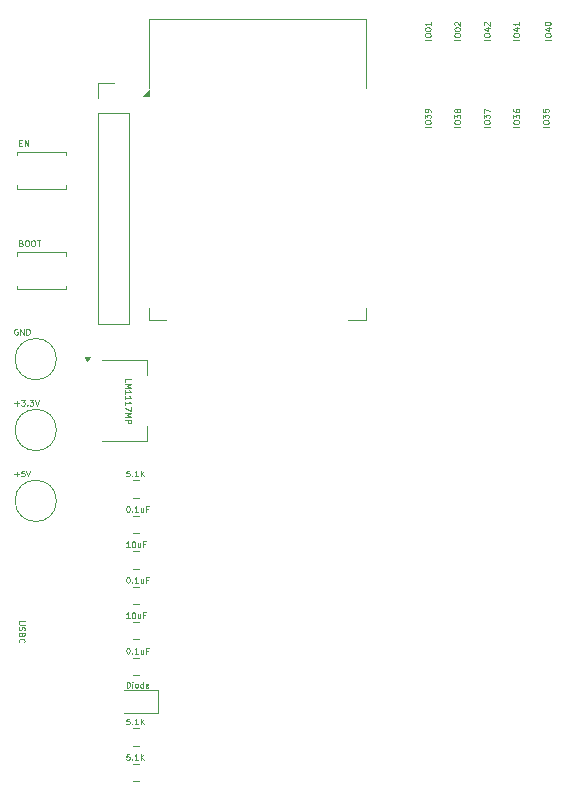
<source format=gbr>
%TF.GenerationSoftware,KiCad,Pcbnew,9.0.0*%
%TF.CreationDate,2025-03-13T15:17:37+10:00*%
%TF.ProjectId,Version 1,56657273-696f-46e2-9031-2e6b69636164,rev?*%
%TF.SameCoordinates,Original*%
%TF.FileFunction,Legend,Top*%
%TF.FilePolarity,Positive*%
%FSLAX46Y46*%
G04 Gerber Fmt 4.6, Leading zero omitted, Abs format (unit mm)*
G04 Created by KiCad (PCBNEW 9.0.0) date 2025-03-13 15:17:37*
%MOMM*%
%LPD*%
G01*
G04 APERTURE LIST*
%ADD10C,0.100000*%
%ADD11C,0.120000*%
G04 APERTURE END LIST*
D10*
X26922931Y-77433609D02*
X26684836Y-77433609D01*
X26684836Y-77433609D02*
X26661027Y-77671704D01*
X26661027Y-77671704D02*
X26684836Y-77647895D01*
X26684836Y-77647895D02*
X26732455Y-77624085D01*
X26732455Y-77624085D02*
X26851503Y-77624085D01*
X26851503Y-77624085D02*
X26899122Y-77647895D01*
X26899122Y-77647895D02*
X26922931Y-77671704D01*
X26922931Y-77671704D02*
X26946741Y-77719323D01*
X26946741Y-77719323D02*
X26946741Y-77838371D01*
X26946741Y-77838371D02*
X26922931Y-77885990D01*
X26922931Y-77885990D02*
X26899122Y-77909800D01*
X26899122Y-77909800D02*
X26851503Y-77933609D01*
X26851503Y-77933609D02*
X26732455Y-77933609D01*
X26732455Y-77933609D02*
X26684836Y-77909800D01*
X26684836Y-77909800D02*
X26661027Y-77885990D01*
X27161026Y-77885990D02*
X27184836Y-77909800D01*
X27184836Y-77909800D02*
X27161026Y-77933609D01*
X27161026Y-77933609D02*
X27137217Y-77909800D01*
X27137217Y-77909800D02*
X27161026Y-77885990D01*
X27161026Y-77885990D02*
X27161026Y-77933609D01*
X27661026Y-77933609D02*
X27375312Y-77933609D01*
X27518169Y-77933609D02*
X27518169Y-77433609D01*
X27518169Y-77433609D02*
X27470550Y-77505038D01*
X27470550Y-77505038D02*
X27422931Y-77552657D01*
X27422931Y-77552657D02*
X27375312Y-77576466D01*
X27875311Y-77933609D02*
X27875311Y-77433609D01*
X28161025Y-77933609D02*
X27946740Y-77647895D01*
X28161025Y-77433609D02*
X27875311Y-77719323D01*
X26922931Y-74433609D02*
X26684836Y-74433609D01*
X26684836Y-74433609D02*
X26661027Y-74671704D01*
X26661027Y-74671704D02*
X26684836Y-74647895D01*
X26684836Y-74647895D02*
X26732455Y-74624085D01*
X26732455Y-74624085D02*
X26851503Y-74624085D01*
X26851503Y-74624085D02*
X26899122Y-74647895D01*
X26899122Y-74647895D02*
X26922931Y-74671704D01*
X26922931Y-74671704D02*
X26946741Y-74719323D01*
X26946741Y-74719323D02*
X26946741Y-74838371D01*
X26946741Y-74838371D02*
X26922931Y-74885990D01*
X26922931Y-74885990D02*
X26899122Y-74909800D01*
X26899122Y-74909800D02*
X26851503Y-74933609D01*
X26851503Y-74933609D02*
X26732455Y-74933609D01*
X26732455Y-74933609D02*
X26684836Y-74909800D01*
X26684836Y-74909800D02*
X26661027Y-74885990D01*
X27161026Y-74885990D02*
X27184836Y-74909800D01*
X27184836Y-74909800D02*
X27161026Y-74933609D01*
X27161026Y-74933609D02*
X27137217Y-74909800D01*
X27137217Y-74909800D02*
X27161026Y-74885990D01*
X27161026Y-74885990D02*
X27161026Y-74933609D01*
X27661026Y-74933609D02*
X27375312Y-74933609D01*
X27518169Y-74933609D02*
X27518169Y-74433609D01*
X27518169Y-74433609D02*
X27470550Y-74505038D01*
X27470550Y-74505038D02*
X27422931Y-74552657D01*
X27422931Y-74552657D02*
X27375312Y-74576466D01*
X27875311Y-74933609D02*
X27875311Y-74433609D01*
X28161025Y-74933609D02*
X27946740Y-74647895D01*
X28161025Y-74433609D02*
X27875311Y-74719323D01*
X18066390Y-66184836D02*
X17661628Y-66184836D01*
X17661628Y-66184836D02*
X17614009Y-66208646D01*
X17614009Y-66208646D02*
X17590200Y-66232455D01*
X17590200Y-66232455D02*
X17566390Y-66280074D01*
X17566390Y-66280074D02*
X17566390Y-66375312D01*
X17566390Y-66375312D02*
X17590200Y-66422931D01*
X17590200Y-66422931D02*
X17614009Y-66446741D01*
X17614009Y-66446741D02*
X17661628Y-66470550D01*
X17661628Y-66470550D02*
X18066390Y-66470550D01*
X17590200Y-66684837D02*
X17566390Y-66756265D01*
X17566390Y-66756265D02*
X17566390Y-66875313D01*
X17566390Y-66875313D02*
X17590200Y-66922932D01*
X17590200Y-66922932D02*
X17614009Y-66946741D01*
X17614009Y-66946741D02*
X17661628Y-66970551D01*
X17661628Y-66970551D02*
X17709247Y-66970551D01*
X17709247Y-66970551D02*
X17756866Y-66946741D01*
X17756866Y-66946741D02*
X17780676Y-66922932D01*
X17780676Y-66922932D02*
X17804485Y-66875313D01*
X17804485Y-66875313D02*
X17828295Y-66780075D01*
X17828295Y-66780075D02*
X17852104Y-66732456D01*
X17852104Y-66732456D02*
X17875914Y-66708646D01*
X17875914Y-66708646D02*
X17923533Y-66684837D01*
X17923533Y-66684837D02*
X17971152Y-66684837D01*
X17971152Y-66684837D02*
X18018771Y-66708646D01*
X18018771Y-66708646D02*
X18042580Y-66732456D01*
X18042580Y-66732456D02*
X18066390Y-66780075D01*
X18066390Y-66780075D02*
X18066390Y-66899122D01*
X18066390Y-66899122D02*
X18042580Y-66970551D01*
X17828295Y-67351503D02*
X17804485Y-67422931D01*
X17804485Y-67422931D02*
X17780676Y-67446741D01*
X17780676Y-67446741D02*
X17733057Y-67470550D01*
X17733057Y-67470550D02*
X17661628Y-67470550D01*
X17661628Y-67470550D02*
X17614009Y-67446741D01*
X17614009Y-67446741D02*
X17590200Y-67422931D01*
X17590200Y-67422931D02*
X17566390Y-67375312D01*
X17566390Y-67375312D02*
X17566390Y-67184836D01*
X17566390Y-67184836D02*
X18066390Y-67184836D01*
X18066390Y-67184836D02*
X18066390Y-67351503D01*
X18066390Y-67351503D02*
X18042580Y-67399122D01*
X18042580Y-67399122D02*
X18018771Y-67422931D01*
X18018771Y-67422931D02*
X17971152Y-67446741D01*
X17971152Y-67446741D02*
X17923533Y-67446741D01*
X17923533Y-67446741D02*
X17875914Y-67422931D01*
X17875914Y-67422931D02*
X17852104Y-67399122D01*
X17852104Y-67399122D02*
X17828295Y-67351503D01*
X17828295Y-67351503D02*
X17828295Y-67184836D01*
X17614009Y-67970550D02*
X17590200Y-67946741D01*
X17590200Y-67946741D02*
X17566390Y-67875312D01*
X17566390Y-67875312D02*
X17566390Y-67827693D01*
X17566390Y-67827693D02*
X17590200Y-67756265D01*
X17590200Y-67756265D02*
X17637819Y-67708646D01*
X17637819Y-67708646D02*
X17685438Y-67684836D01*
X17685438Y-67684836D02*
X17780676Y-67661027D01*
X17780676Y-67661027D02*
X17852104Y-67661027D01*
X17852104Y-67661027D02*
X17947342Y-67684836D01*
X17947342Y-67684836D02*
X17994961Y-67708646D01*
X17994961Y-67708646D02*
X18042580Y-67756265D01*
X18042580Y-67756265D02*
X18066390Y-67827693D01*
X18066390Y-67827693D02*
X18066390Y-67875312D01*
X18066390Y-67875312D02*
X18042580Y-67946741D01*
X18042580Y-67946741D02*
X18018771Y-67970550D01*
X26566390Y-45922931D02*
X26566390Y-45684836D01*
X26566390Y-45684836D02*
X27066390Y-45684836D01*
X26566390Y-46089598D02*
X27066390Y-46089598D01*
X27066390Y-46089598D02*
X26709247Y-46256265D01*
X26709247Y-46256265D02*
X27066390Y-46422931D01*
X27066390Y-46422931D02*
X26566390Y-46422931D01*
X26566390Y-46922932D02*
X26566390Y-46637218D01*
X26566390Y-46780075D02*
X27066390Y-46780075D01*
X27066390Y-46780075D02*
X26994961Y-46732456D01*
X26994961Y-46732456D02*
X26947342Y-46684837D01*
X26947342Y-46684837D02*
X26923533Y-46637218D01*
X26566390Y-47399122D02*
X26566390Y-47113408D01*
X26566390Y-47256265D02*
X27066390Y-47256265D01*
X27066390Y-47256265D02*
X26994961Y-47208646D01*
X26994961Y-47208646D02*
X26947342Y-47161027D01*
X26947342Y-47161027D02*
X26923533Y-47113408D01*
X26566390Y-47875312D02*
X26566390Y-47589598D01*
X26566390Y-47732455D02*
X27066390Y-47732455D01*
X27066390Y-47732455D02*
X26994961Y-47684836D01*
X26994961Y-47684836D02*
X26947342Y-47637217D01*
X26947342Y-47637217D02*
X26923533Y-47589598D01*
X27066390Y-48041978D02*
X27066390Y-48375311D01*
X27066390Y-48375311D02*
X26566390Y-48161026D01*
X26566390Y-48565787D02*
X27066390Y-48565787D01*
X27066390Y-48565787D02*
X26709247Y-48732454D01*
X26709247Y-48732454D02*
X27066390Y-48899120D01*
X27066390Y-48899120D02*
X26566390Y-48899120D01*
X26566390Y-49137216D02*
X27066390Y-49137216D01*
X27066390Y-49137216D02*
X27066390Y-49327692D01*
X27066390Y-49327692D02*
X27042580Y-49375311D01*
X27042580Y-49375311D02*
X27018771Y-49399121D01*
X27018771Y-49399121D02*
X26971152Y-49422930D01*
X26971152Y-49422930D02*
X26899723Y-49422930D01*
X26899723Y-49422930D02*
X26852104Y-49399121D01*
X26852104Y-49399121D02*
X26828295Y-49375311D01*
X26828295Y-49375311D02*
X26804485Y-49327692D01*
X26804485Y-49327692D02*
X26804485Y-49137216D01*
X52433609Y-16945163D02*
X51933609Y-16945163D01*
X51933609Y-16611830D02*
X51933609Y-16516592D01*
X51933609Y-16516592D02*
X51957419Y-16468973D01*
X51957419Y-16468973D02*
X52005038Y-16421354D01*
X52005038Y-16421354D02*
X52100276Y-16397544D01*
X52100276Y-16397544D02*
X52266942Y-16397544D01*
X52266942Y-16397544D02*
X52362180Y-16421354D01*
X52362180Y-16421354D02*
X52409800Y-16468973D01*
X52409800Y-16468973D02*
X52433609Y-16516592D01*
X52433609Y-16516592D02*
X52433609Y-16611830D01*
X52433609Y-16611830D02*
X52409800Y-16659449D01*
X52409800Y-16659449D02*
X52362180Y-16707068D01*
X52362180Y-16707068D02*
X52266942Y-16730877D01*
X52266942Y-16730877D02*
X52100276Y-16730877D01*
X52100276Y-16730877D02*
X52005038Y-16707068D01*
X52005038Y-16707068D02*
X51957419Y-16659449D01*
X51957419Y-16659449D02*
X51933609Y-16611830D01*
X51933609Y-16088020D02*
X51933609Y-16040401D01*
X51933609Y-16040401D02*
X51957419Y-15992782D01*
X51957419Y-15992782D02*
X51981228Y-15968972D01*
X51981228Y-15968972D02*
X52028847Y-15945163D01*
X52028847Y-15945163D02*
X52124085Y-15921353D01*
X52124085Y-15921353D02*
X52243133Y-15921353D01*
X52243133Y-15921353D02*
X52338371Y-15945163D01*
X52338371Y-15945163D02*
X52385990Y-15968972D01*
X52385990Y-15968972D02*
X52409800Y-15992782D01*
X52409800Y-15992782D02*
X52433609Y-16040401D01*
X52433609Y-16040401D02*
X52433609Y-16088020D01*
X52433609Y-16088020D02*
X52409800Y-16135639D01*
X52409800Y-16135639D02*
X52385990Y-16159448D01*
X52385990Y-16159448D02*
X52338371Y-16183258D01*
X52338371Y-16183258D02*
X52243133Y-16207067D01*
X52243133Y-16207067D02*
X52124085Y-16207067D01*
X52124085Y-16207067D02*
X52028847Y-16183258D01*
X52028847Y-16183258D02*
X51981228Y-16159448D01*
X51981228Y-16159448D02*
X51957419Y-16135639D01*
X51957419Y-16135639D02*
X51933609Y-16088020D01*
X52433609Y-15445163D02*
X52433609Y-15730877D01*
X52433609Y-15588020D02*
X51933609Y-15588020D01*
X51933609Y-15588020D02*
X52005038Y-15635639D01*
X52005038Y-15635639D02*
X52052657Y-15683258D01*
X52052657Y-15683258D02*
X52076466Y-15730877D01*
X54933609Y-16945163D02*
X54433609Y-16945163D01*
X54433609Y-16611830D02*
X54433609Y-16516592D01*
X54433609Y-16516592D02*
X54457419Y-16468973D01*
X54457419Y-16468973D02*
X54505038Y-16421354D01*
X54505038Y-16421354D02*
X54600276Y-16397544D01*
X54600276Y-16397544D02*
X54766942Y-16397544D01*
X54766942Y-16397544D02*
X54862180Y-16421354D01*
X54862180Y-16421354D02*
X54909800Y-16468973D01*
X54909800Y-16468973D02*
X54933609Y-16516592D01*
X54933609Y-16516592D02*
X54933609Y-16611830D01*
X54933609Y-16611830D02*
X54909800Y-16659449D01*
X54909800Y-16659449D02*
X54862180Y-16707068D01*
X54862180Y-16707068D02*
X54766942Y-16730877D01*
X54766942Y-16730877D02*
X54600276Y-16730877D01*
X54600276Y-16730877D02*
X54505038Y-16707068D01*
X54505038Y-16707068D02*
X54457419Y-16659449D01*
X54457419Y-16659449D02*
X54433609Y-16611830D01*
X54433609Y-16088020D02*
X54433609Y-16040401D01*
X54433609Y-16040401D02*
X54457419Y-15992782D01*
X54457419Y-15992782D02*
X54481228Y-15968972D01*
X54481228Y-15968972D02*
X54528847Y-15945163D01*
X54528847Y-15945163D02*
X54624085Y-15921353D01*
X54624085Y-15921353D02*
X54743133Y-15921353D01*
X54743133Y-15921353D02*
X54838371Y-15945163D01*
X54838371Y-15945163D02*
X54885990Y-15968972D01*
X54885990Y-15968972D02*
X54909800Y-15992782D01*
X54909800Y-15992782D02*
X54933609Y-16040401D01*
X54933609Y-16040401D02*
X54933609Y-16088020D01*
X54933609Y-16088020D02*
X54909800Y-16135639D01*
X54909800Y-16135639D02*
X54885990Y-16159448D01*
X54885990Y-16159448D02*
X54838371Y-16183258D01*
X54838371Y-16183258D02*
X54743133Y-16207067D01*
X54743133Y-16207067D02*
X54624085Y-16207067D01*
X54624085Y-16207067D02*
X54528847Y-16183258D01*
X54528847Y-16183258D02*
X54481228Y-16159448D01*
X54481228Y-16159448D02*
X54457419Y-16135639D01*
X54457419Y-16135639D02*
X54433609Y-16088020D01*
X54481228Y-15730877D02*
X54457419Y-15707068D01*
X54457419Y-15707068D02*
X54433609Y-15659449D01*
X54433609Y-15659449D02*
X54433609Y-15540401D01*
X54433609Y-15540401D02*
X54457419Y-15492782D01*
X54457419Y-15492782D02*
X54481228Y-15468973D01*
X54481228Y-15468973D02*
X54528847Y-15445163D01*
X54528847Y-15445163D02*
X54576466Y-15445163D01*
X54576466Y-15445163D02*
X54647895Y-15468973D01*
X54647895Y-15468973D02*
X54933609Y-15754687D01*
X54933609Y-15754687D02*
X54933609Y-15445163D01*
X57433609Y-16945163D02*
X56933609Y-16945163D01*
X56933609Y-16611830D02*
X56933609Y-16516592D01*
X56933609Y-16516592D02*
X56957419Y-16468973D01*
X56957419Y-16468973D02*
X57005038Y-16421354D01*
X57005038Y-16421354D02*
X57100276Y-16397544D01*
X57100276Y-16397544D02*
X57266942Y-16397544D01*
X57266942Y-16397544D02*
X57362180Y-16421354D01*
X57362180Y-16421354D02*
X57409800Y-16468973D01*
X57409800Y-16468973D02*
X57433609Y-16516592D01*
X57433609Y-16516592D02*
X57433609Y-16611830D01*
X57433609Y-16611830D02*
X57409800Y-16659449D01*
X57409800Y-16659449D02*
X57362180Y-16707068D01*
X57362180Y-16707068D02*
X57266942Y-16730877D01*
X57266942Y-16730877D02*
X57100276Y-16730877D01*
X57100276Y-16730877D02*
X57005038Y-16707068D01*
X57005038Y-16707068D02*
X56957419Y-16659449D01*
X56957419Y-16659449D02*
X56933609Y-16611830D01*
X57100276Y-15968972D02*
X57433609Y-15968972D01*
X56909800Y-16088020D02*
X57266942Y-16207067D01*
X57266942Y-16207067D02*
X57266942Y-15897544D01*
X56981228Y-15730877D02*
X56957419Y-15707068D01*
X56957419Y-15707068D02*
X56933609Y-15659449D01*
X56933609Y-15659449D02*
X56933609Y-15540401D01*
X56933609Y-15540401D02*
X56957419Y-15492782D01*
X56957419Y-15492782D02*
X56981228Y-15468973D01*
X56981228Y-15468973D02*
X57028847Y-15445163D01*
X57028847Y-15445163D02*
X57076466Y-15445163D01*
X57076466Y-15445163D02*
X57147895Y-15468973D01*
X57147895Y-15468973D02*
X57433609Y-15754687D01*
X57433609Y-15754687D02*
X57433609Y-15445163D01*
X59933609Y-16945163D02*
X59433609Y-16945163D01*
X59433609Y-16611830D02*
X59433609Y-16516592D01*
X59433609Y-16516592D02*
X59457419Y-16468973D01*
X59457419Y-16468973D02*
X59505038Y-16421354D01*
X59505038Y-16421354D02*
X59600276Y-16397544D01*
X59600276Y-16397544D02*
X59766942Y-16397544D01*
X59766942Y-16397544D02*
X59862180Y-16421354D01*
X59862180Y-16421354D02*
X59909800Y-16468973D01*
X59909800Y-16468973D02*
X59933609Y-16516592D01*
X59933609Y-16516592D02*
X59933609Y-16611830D01*
X59933609Y-16611830D02*
X59909800Y-16659449D01*
X59909800Y-16659449D02*
X59862180Y-16707068D01*
X59862180Y-16707068D02*
X59766942Y-16730877D01*
X59766942Y-16730877D02*
X59600276Y-16730877D01*
X59600276Y-16730877D02*
X59505038Y-16707068D01*
X59505038Y-16707068D02*
X59457419Y-16659449D01*
X59457419Y-16659449D02*
X59433609Y-16611830D01*
X59600276Y-15968972D02*
X59933609Y-15968972D01*
X59409800Y-16088020D02*
X59766942Y-16207067D01*
X59766942Y-16207067D02*
X59766942Y-15897544D01*
X59933609Y-15445163D02*
X59933609Y-15730877D01*
X59933609Y-15588020D02*
X59433609Y-15588020D01*
X59433609Y-15588020D02*
X59505038Y-15635639D01*
X59505038Y-15635639D02*
X59552657Y-15683258D01*
X59552657Y-15683258D02*
X59576466Y-15730877D01*
X62598609Y-16945163D02*
X62098609Y-16945163D01*
X62098609Y-16611830D02*
X62098609Y-16516592D01*
X62098609Y-16516592D02*
X62122419Y-16468973D01*
X62122419Y-16468973D02*
X62170038Y-16421354D01*
X62170038Y-16421354D02*
X62265276Y-16397544D01*
X62265276Y-16397544D02*
X62431942Y-16397544D01*
X62431942Y-16397544D02*
X62527180Y-16421354D01*
X62527180Y-16421354D02*
X62574800Y-16468973D01*
X62574800Y-16468973D02*
X62598609Y-16516592D01*
X62598609Y-16516592D02*
X62598609Y-16611830D01*
X62598609Y-16611830D02*
X62574800Y-16659449D01*
X62574800Y-16659449D02*
X62527180Y-16707068D01*
X62527180Y-16707068D02*
X62431942Y-16730877D01*
X62431942Y-16730877D02*
X62265276Y-16730877D01*
X62265276Y-16730877D02*
X62170038Y-16707068D01*
X62170038Y-16707068D02*
X62122419Y-16659449D01*
X62122419Y-16659449D02*
X62098609Y-16611830D01*
X62265276Y-15968972D02*
X62598609Y-15968972D01*
X62074800Y-16088020D02*
X62431942Y-16207067D01*
X62431942Y-16207067D02*
X62431942Y-15897544D01*
X62098609Y-15611830D02*
X62098609Y-15564211D01*
X62098609Y-15564211D02*
X62122419Y-15516592D01*
X62122419Y-15516592D02*
X62146228Y-15492782D01*
X62146228Y-15492782D02*
X62193847Y-15468973D01*
X62193847Y-15468973D02*
X62289085Y-15445163D01*
X62289085Y-15445163D02*
X62408133Y-15445163D01*
X62408133Y-15445163D02*
X62503371Y-15468973D01*
X62503371Y-15468973D02*
X62550990Y-15492782D01*
X62550990Y-15492782D02*
X62574800Y-15516592D01*
X62574800Y-15516592D02*
X62598609Y-15564211D01*
X62598609Y-15564211D02*
X62598609Y-15611830D01*
X62598609Y-15611830D02*
X62574800Y-15659449D01*
X62574800Y-15659449D02*
X62550990Y-15683258D01*
X62550990Y-15683258D02*
X62503371Y-15707068D01*
X62503371Y-15707068D02*
X62408133Y-15730877D01*
X62408133Y-15730877D02*
X62289085Y-15730877D01*
X62289085Y-15730877D02*
X62193847Y-15707068D01*
X62193847Y-15707068D02*
X62146228Y-15683258D01*
X62146228Y-15683258D02*
X62122419Y-15659449D01*
X62122419Y-15659449D02*
X62098609Y-15611830D01*
X52433609Y-24315163D02*
X51933609Y-24315163D01*
X51933609Y-23981830D02*
X51933609Y-23886592D01*
X51933609Y-23886592D02*
X51957419Y-23838973D01*
X51957419Y-23838973D02*
X52005038Y-23791354D01*
X52005038Y-23791354D02*
X52100276Y-23767544D01*
X52100276Y-23767544D02*
X52266942Y-23767544D01*
X52266942Y-23767544D02*
X52362180Y-23791354D01*
X52362180Y-23791354D02*
X52409800Y-23838973D01*
X52409800Y-23838973D02*
X52433609Y-23886592D01*
X52433609Y-23886592D02*
X52433609Y-23981830D01*
X52433609Y-23981830D02*
X52409800Y-24029449D01*
X52409800Y-24029449D02*
X52362180Y-24077068D01*
X52362180Y-24077068D02*
X52266942Y-24100877D01*
X52266942Y-24100877D02*
X52100276Y-24100877D01*
X52100276Y-24100877D02*
X52005038Y-24077068D01*
X52005038Y-24077068D02*
X51957419Y-24029449D01*
X51957419Y-24029449D02*
X51933609Y-23981830D01*
X51933609Y-23600877D02*
X51933609Y-23291353D01*
X51933609Y-23291353D02*
X52124085Y-23458020D01*
X52124085Y-23458020D02*
X52124085Y-23386591D01*
X52124085Y-23386591D02*
X52147895Y-23338972D01*
X52147895Y-23338972D02*
X52171704Y-23315163D01*
X52171704Y-23315163D02*
X52219323Y-23291353D01*
X52219323Y-23291353D02*
X52338371Y-23291353D01*
X52338371Y-23291353D02*
X52385990Y-23315163D01*
X52385990Y-23315163D02*
X52409800Y-23338972D01*
X52409800Y-23338972D02*
X52433609Y-23386591D01*
X52433609Y-23386591D02*
X52433609Y-23529448D01*
X52433609Y-23529448D02*
X52409800Y-23577067D01*
X52409800Y-23577067D02*
X52385990Y-23600877D01*
X52433609Y-23053258D02*
X52433609Y-22958020D01*
X52433609Y-22958020D02*
X52409800Y-22910401D01*
X52409800Y-22910401D02*
X52385990Y-22886592D01*
X52385990Y-22886592D02*
X52314561Y-22838973D01*
X52314561Y-22838973D02*
X52219323Y-22815163D01*
X52219323Y-22815163D02*
X52028847Y-22815163D01*
X52028847Y-22815163D02*
X51981228Y-22838973D01*
X51981228Y-22838973D02*
X51957419Y-22862782D01*
X51957419Y-22862782D02*
X51933609Y-22910401D01*
X51933609Y-22910401D02*
X51933609Y-23005639D01*
X51933609Y-23005639D02*
X51957419Y-23053258D01*
X51957419Y-23053258D02*
X51981228Y-23077068D01*
X51981228Y-23077068D02*
X52028847Y-23100877D01*
X52028847Y-23100877D02*
X52147895Y-23100877D01*
X52147895Y-23100877D02*
X52195514Y-23077068D01*
X52195514Y-23077068D02*
X52219323Y-23053258D01*
X52219323Y-23053258D02*
X52243133Y-23005639D01*
X52243133Y-23005639D02*
X52243133Y-22910401D01*
X52243133Y-22910401D02*
X52219323Y-22862782D01*
X52219323Y-22862782D02*
X52195514Y-22838973D01*
X52195514Y-22838973D02*
X52147895Y-22815163D01*
X54933609Y-24315163D02*
X54433609Y-24315163D01*
X54433609Y-23981830D02*
X54433609Y-23886592D01*
X54433609Y-23886592D02*
X54457419Y-23838973D01*
X54457419Y-23838973D02*
X54505038Y-23791354D01*
X54505038Y-23791354D02*
X54600276Y-23767544D01*
X54600276Y-23767544D02*
X54766942Y-23767544D01*
X54766942Y-23767544D02*
X54862180Y-23791354D01*
X54862180Y-23791354D02*
X54909800Y-23838973D01*
X54909800Y-23838973D02*
X54933609Y-23886592D01*
X54933609Y-23886592D02*
X54933609Y-23981830D01*
X54933609Y-23981830D02*
X54909800Y-24029449D01*
X54909800Y-24029449D02*
X54862180Y-24077068D01*
X54862180Y-24077068D02*
X54766942Y-24100877D01*
X54766942Y-24100877D02*
X54600276Y-24100877D01*
X54600276Y-24100877D02*
X54505038Y-24077068D01*
X54505038Y-24077068D02*
X54457419Y-24029449D01*
X54457419Y-24029449D02*
X54433609Y-23981830D01*
X54433609Y-23600877D02*
X54433609Y-23291353D01*
X54433609Y-23291353D02*
X54624085Y-23458020D01*
X54624085Y-23458020D02*
X54624085Y-23386591D01*
X54624085Y-23386591D02*
X54647895Y-23338972D01*
X54647895Y-23338972D02*
X54671704Y-23315163D01*
X54671704Y-23315163D02*
X54719323Y-23291353D01*
X54719323Y-23291353D02*
X54838371Y-23291353D01*
X54838371Y-23291353D02*
X54885990Y-23315163D01*
X54885990Y-23315163D02*
X54909800Y-23338972D01*
X54909800Y-23338972D02*
X54933609Y-23386591D01*
X54933609Y-23386591D02*
X54933609Y-23529448D01*
X54933609Y-23529448D02*
X54909800Y-23577067D01*
X54909800Y-23577067D02*
X54885990Y-23600877D01*
X54647895Y-23005639D02*
X54624085Y-23053258D01*
X54624085Y-23053258D02*
X54600276Y-23077068D01*
X54600276Y-23077068D02*
X54552657Y-23100877D01*
X54552657Y-23100877D02*
X54528847Y-23100877D01*
X54528847Y-23100877D02*
X54481228Y-23077068D01*
X54481228Y-23077068D02*
X54457419Y-23053258D01*
X54457419Y-23053258D02*
X54433609Y-23005639D01*
X54433609Y-23005639D02*
X54433609Y-22910401D01*
X54433609Y-22910401D02*
X54457419Y-22862782D01*
X54457419Y-22862782D02*
X54481228Y-22838973D01*
X54481228Y-22838973D02*
X54528847Y-22815163D01*
X54528847Y-22815163D02*
X54552657Y-22815163D01*
X54552657Y-22815163D02*
X54600276Y-22838973D01*
X54600276Y-22838973D02*
X54624085Y-22862782D01*
X54624085Y-22862782D02*
X54647895Y-22910401D01*
X54647895Y-22910401D02*
X54647895Y-23005639D01*
X54647895Y-23005639D02*
X54671704Y-23053258D01*
X54671704Y-23053258D02*
X54695514Y-23077068D01*
X54695514Y-23077068D02*
X54743133Y-23100877D01*
X54743133Y-23100877D02*
X54838371Y-23100877D01*
X54838371Y-23100877D02*
X54885990Y-23077068D01*
X54885990Y-23077068D02*
X54909800Y-23053258D01*
X54909800Y-23053258D02*
X54933609Y-23005639D01*
X54933609Y-23005639D02*
X54933609Y-22910401D01*
X54933609Y-22910401D02*
X54909800Y-22862782D01*
X54909800Y-22862782D02*
X54885990Y-22838973D01*
X54885990Y-22838973D02*
X54838371Y-22815163D01*
X54838371Y-22815163D02*
X54743133Y-22815163D01*
X54743133Y-22815163D02*
X54695514Y-22838973D01*
X54695514Y-22838973D02*
X54671704Y-22862782D01*
X54671704Y-22862782D02*
X54647895Y-22910401D01*
X57433609Y-24315163D02*
X56933609Y-24315163D01*
X56933609Y-23981830D02*
X56933609Y-23886592D01*
X56933609Y-23886592D02*
X56957419Y-23838973D01*
X56957419Y-23838973D02*
X57005038Y-23791354D01*
X57005038Y-23791354D02*
X57100276Y-23767544D01*
X57100276Y-23767544D02*
X57266942Y-23767544D01*
X57266942Y-23767544D02*
X57362180Y-23791354D01*
X57362180Y-23791354D02*
X57409800Y-23838973D01*
X57409800Y-23838973D02*
X57433609Y-23886592D01*
X57433609Y-23886592D02*
X57433609Y-23981830D01*
X57433609Y-23981830D02*
X57409800Y-24029449D01*
X57409800Y-24029449D02*
X57362180Y-24077068D01*
X57362180Y-24077068D02*
X57266942Y-24100877D01*
X57266942Y-24100877D02*
X57100276Y-24100877D01*
X57100276Y-24100877D02*
X57005038Y-24077068D01*
X57005038Y-24077068D02*
X56957419Y-24029449D01*
X56957419Y-24029449D02*
X56933609Y-23981830D01*
X56933609Y-23600877D02*
X56933609Y-23291353D01*
X56933609Y-23291353D02*
X57124085Y-23458020D01*
X57124085Y-23458020D02*
X57124085Y-23386591D01*
X57124085Y-23386591D02*
X57147895Y-23338972D01*
X57147895Y-23338972D02*
X57171704Y-23315163D01*
X57171704Y-23315163D02*
X57219323Y-23291353D01*
X57219323Y-23291353D02*
X57338371Y-23291353D01*
X57338371Y-23291353D02*
X57385990Y-23315163D01*
X57385990Y-23315163D02*
X57409800Y-23338972D01*
X57409800Y-23338972D02*
X57433609Y-23386591D01*
X57433609Y-23386591D02*
X57433609Y-23529448D01*
X57433609Y-23529448D02*
X57409800Y-23577067D01*
X57409800Y-23577067D02*
X57385990Y-23600877D01*
X56933609Y-23124687D02*
X56933609Y-22791354D01*
X56933609Y-22791354D02*
X57433609Y-23005639D01*
X59933609Y-24315163D02*
X59433609Y-24315163D01*
X59433609Y-23981830D02*
X59433609Y-23886592D01*
X59433609Y-23886592D02*
X59457419Y-23838973D01*
X59457419Y-23838973D02*
X59505038Y-23791354D01*
X59505038Y-23791354D02*
X59600276Y-23767544D01*
X59600276Y-23767544D02*
X59766942Y-23767544D01*
X59766942Y-23767544D02*
X59862180Y-23791354D01*
X59862180Y-23791354D02*
X59909800Y-23838973D01*
X59909800Y-23838973D02*
X59933609Y-23886592D01*
X59933609Y-23886592D02*
X59933609Y-23981830D01*
X59933609Y-23981830D02*
X59909800Y-24029449D01*
X59909800Y-24029449D02*
X59862180Y-24077068D01*
X59862180Y-24077068D02*
X59766942Y-24100877D01*
X59766942Y-24100877D02*
X59600276Y-24100877D01*
X59600276Y-24100877D02*
X59505038Y-24077068D01*
X59505038Y-24077068D02*
X59457419Y-24029449D01*
X59457419Y-24029449D02*
X59433609Y-23981830D01*
X59433609Y-23600877D02*
X59433609Y-23291353D01*
X59433609Y-23291353D02*
X59624085Y-23458020D01*
X59624085Y-23458020D02*
X59624085Y-23386591D01*
X59624085Y-23386591D02*
X59647895Y-23338972D01*
X59647895Y-23338972D02*
X59671704Y-23315163D01*
X59671704Y-23315163D02*
X59719323Y-23291353D01*
X59719323Y-23291353D02*
X59838371Y-23291353D01*
X59838371Y-23291353D02*
X59885990Y-23315163D01*
X59885990Y-23315163D02*
X59909800Y-23338972D01*
X59909800Y-23338972D02*
X59933609Y-23386591D01*
X59933609Y-23386591D02*
X59933609Y-23529448D01*
X59933609Y-23529448D02*
X59909800Y-23577067D01*
X59909800Y-23577067D02*
X59885990Y-23600877D01*
X59433609Y-22862782D02*
X59433609Y-22958020D01*
X59433609Y-22958020D02*
X59457419Y-23005639D01*
X59457419Y-23005639D02*
X59481228Y-23029449D01*
X59481228Y-23029449D02*
X59552657Y-23077068D01*
X59552657Y-23077068D02*
X59647895Y-23100877D01*
X59647895Y-23100877D02*
X59838371Y-23100877D01*
X59838371Y-23100877D02*
X59885990Y-23077068D01*
X59885990Y-23077068D02*
X59909800Y-23053258D01*
X59909800Y-23053258D02*
X59933609Y-23005639D01*
X59933609Y-23005639D02*
X59933609Y-22910401D01*
X59933609Y-22910401D02*
X59909800Y-22862782D01*
X59909800Y-22862782D02*
X59885990Y-22838973D01*
X59885990Y-22838973D02*
X59838371Y-22815163D01*
X59838371Y-22815163D02*
X59719323Y-22815163D01*
X59719323Y-22815163D02*
X59671704Y-22838973D01*
X59671704Y-22838973D02*
X59647895Y-22862782D01*
X59647895Y-22862782D02*
X59624085Y-22910401D01*
X59624085Y-22910401D02*
X59624085Y-23005639D01*
X59624085Y-23005639D02*
X59647895Y-23053258D01*
X59647895Y-23053258D02*
X59671704Y-23077068D01*
X59671704Y-23077068D02*
X59719323Y-23100877D01*
X62433609Y-24315163D02*
X61933609Y-24315163D01*
X61933609Y-23981830D02*
X61933609Y-23886592D01*
X61933609Y-23886592D02*
X61957419Y-23838973D01*
X61957419Y-23838973D02*
X62005038Y-23791354D01*
X62005038Y-23791354D02*
X62100276Y-23767544D01*
X62100276Y-23767544D02*
X62266942Y-23767544D01*
X62266942Y-23767544D02*
X62362180Y-23791354D01*
X62362180Y-23791354D02*
X62409800Y-23838973D01*
X62409800Y-23838973D02*
X62433609Y-23886592D01*
X62433609Y-23886592D02*
X62433609Y-23981830D01*
X62433609Y-23981830D02*
X62409800Y-24029449D01*
X62409800Y-24029449D02*
X62362180Y-24077068D01*
X62362180Y-24077068D02*
X62266942Y-24100877D01*
X62266942Y-24100877D02*
X62100276Y-24100877D01*
X62100276Y-24100877D02*
X62005038Y-24077068D01*
X62005038Y-24077068D02*
X61957419Y-24029449D01*
X61957419Y-24029449D02*
X61933609Y-23981830D01*
X61933609Y-23600877D02*
X61933609Y-23291353D01*
X61933609Y-23291353D02*
X62124085Y-23458020D01*
X62124085Y-23458020D02*
X62124085Y-23386591D01*
X62124085Y-23386591D02*
X62147895Y-23338972D01*
X62147895Y-23338972D02*
X62171704Y-23315163D01*
X62171704Y-23315163D02*
X62219323Y-23291353D01*
X62219323Y-23291353D02*
X62338371Y-23291353D01*
X62338371Y-23291353D02*
X62385990Y-23315163D01*
X62385990Y-23315163D02*
X62409800Y-23338972D01*
X62409800Y-23338972D02*
X62433609Y-23386591D01*
X62433609Y-23386591D02*
X62433609Y-23529448D01*
X62433609Y-23529448D02*
X62409800Y-23577067D01*
X62409800Y-23577067D02*
X62385990Y-23600877D01*
X61933609Y-22838973D02*
X61933609Y-23077068D01*
X61933609Y-23077068D02*
X62171704Y-23100877D01*
X62171704Y-23100877D02*
X62147895Y-23077068D01*
X62147895Y-23077068D02*
X62124085Y-23029449D01*
X62124085Y-23029449D02*
X62124085Y-22910401D01*
X62124085Y-22910401D02*
X62147895Y-22862782D01*
X62147895Y-22862782D02*
X62171704Y-22838973D01*
X62171704Y-22838973D02*
X62219323Y-22815163D01*
X62219323Y-22815163D02*
X62338371Y-22815163D01*
X62338371Y-22815163D02*
X62385990Y-22838973D01*
X62385990Y-22838973D02*
X62409800Y-22862782D01*
X62409800Y-22862782D02*
X62433609Y-22910401D01*
X62433609Y-22910401D02*
X62433609Y-23029449D01*
X62433609Y-23029449D02*
X62409800Y-23077068D01*
X62409800Y-23077068D02*
X62385990Y-23100877D01*
X17614836Y-25671704D02*
X17781503Y-25671704D01*
X17852931Y-25933609D02*
X17614836Y-25933609D01*
X17614836Y-25933609D02*
X17614836Y-25433609D01*
X17614836Y-25433609D02*
X17852931Y-25433609D01*
X18067217Y-25933609D02*
X18067217Y-25433609D01*
X18067217Y-25433609D02*
X18352931Y-25933609D01*
X18352931Y-25933609D02*
X18352931Y-25433609D01*
X17781503Y-34171704D02*
X17852931Y-34195514D01*
X17852931Y-34195514D02*
X17876741Y-34219323D01*
X17876741Y-34219323D02*
X17900550Y-34266942D01*
X17900550Y-34266942D02*
X17900550Y-34338371D01*
X17900550Y-34338371D02*
X17876741Y-34385990D01*
X17876741Y-34385990D02*
X17852931Y-34409800D01*
X17852931Y-34409800D02*
X17805312Y-34433609D01*
X17805312Y-34433609D02*
X17614836Y-34433609D01*
X17614836Y-34433609D02*
X17614836Y-33933609D01*
X17614836Y-33933609D02*
X17781503Y-33933609D01*
X17781503Y-33933609D02*
X17829122Y-33957419D01*
X17829122Y-33957419D02*
X17852931Y-33981228D01*
X17852931Y-33981228D02*
X17876741Y-34028847D01*
X17876741Y-34028847D02*
X17876741Y-34076466D01*
X17876741Y-34076466D02*
X17852931Y-34124085D01*
X17852931Y-34124085D02*
X17829122Y-34147895D01*
X17829122Y-34147895D02*
X17781503Y-34171704D01*
X17781503Y-34171704D02*
X17614836Y-34171704D01*
X18210074Y-33933609D02*
X18305312Y-33933609D01*
X18305312Y-33933609D02*
X18352931Y-33957419D01*
X18352931Y-33957419D02*
X18400550Y-34005038D01*
X18400550Y-34005038D02*
X18424360Y-34100276D01*
X18424360Y-34100276D02*
X18424360Y-34266942D01*
X18424360Y-34266942D02*
X18400550Y-34362180D01*
X18400550Y-34362180D02*
X18352931Y-34409800D01*
X18352931Y-34409800D02*
X18305312Y-34433609D01*
X18305312Y-34433609D02*
X18210074Y-34433609D01*
X18210074Y-34433609D02*
X18162455Y-34409800D01*
X18162455Y-34409800D02*
X18114836Y-34362180D01*
X18114836Y-34362180D02*
X18091027Y-34266942D01*
X18091027Y-34266942D02*
X18091027Y-34100276D01*
X18091027Y-34100276D02*
X18114836Y-34005038D01*
X18114836Y-34005038D02*
X18162455Y-33957419D01*
X18162455Y-33957419D02*
X18210074Y-33933609D01*
X18733884Y-33933609D02*
X18829122Y-33933609D01*
X18829122Y-33933609D02*
X18876741Y-33957419D01*
X18876741Y-33957419D02*
X18924360Y-34005038D01*
X18924360Y-34005038D02*
X18948170Y-34100276D01*
X18948170Y-34100276D02*
X18948170Y-34266942D01*
X18948170Y-34266942D02*
X18924360Y-34362180D01*
X18924360Y-34362180D02*
X18876741Y-34409800D01*
X18876741Y-34409800D02*
X18829122Y-34433609D01*
X18829122Y-34433609D02*
X18733884Y-34433609D01*
X18733884Y-34433609D02*
X18686265Y-34409800D01*
X18686265Y-34409800D02*
X18638646Y-34362180D01*
X18638646Y-34362180D02*
X18614837Y-34266942D01*
X18614837Y-34266942D02*
X18614837Y-34100276D01*
X18614837Y-34100276D02*
X18638646Y-34005038D01*
X18638646Y-34005038D02*
X18686265Y-33957419D01*
X18686265Y-33957419D02*
X18733884Y-33933609D01*
X19091028Y-33933609D02*
X19376742Y-33933609D01*
X19233885Y-34433609D02*
X19233885Y-33933609D01*
X17446741Y-41457419D02*
X17399122Y-41433609D01*
X17399122Y-41433609D02*
X17327693Y-41433609D01*
X17327693Y-41433609D02*
X17256265Y-41457419D01*
X17256265Y-41457419D02*
X17208646Y-41505038D01*
X17208646Y-41505038D02*
X17184836Y-41552657D01*
X17184836Y-41552657D02*
X17161027Y-41647895D01*
X17161027Y-41647895D02*
X17161027Y-41719323D01*
X17161027Y-41719323D02*
X17184836Y-41814561D01*
X17184836Y-41814561D02*
X17208646Y-41862180D01*
X17208646Y-41862180D02*
X17256265Y-41909800D01*
X17256265Y-41909800D02*
X17327693Y-41933609D01*
X17327693Y-41933609D02*
X17375312Y-41933609D01*
X17375312Y-41933609D02*
X17446741Y-41909800D01*
X17446741Y-41909800D02*
X17470550Y-41885990D01*
X17470550Y-41885990D02*
X17470550Y-41719323D01*
X17470550Y-41719323D02*
X17375312Y-41719323D01*
X17684836Y-41933609D02*
X17684836Y-41433609D01*
X17684836Y-41433609D02*
X17970550Y-41933609D01*
X17970550Y-41933609D02*
X17970550Y-41433609D01*
X18208646Y-41933609D02*
X18208646Y-41433609D01*
X18208646Y-41433609D02*
X18327694Y-41433609D01*
X18327694Y-41433609D02*
X18399122Y-41457419D01*
X18399122Y-41457419D02*
X18446741Y-41505038D01*
X18446741Y-41505038D02*
X18470551Y-41552657D01*
X18470551Y-41552657D02*
X18494360Y-41647895D01*
X18494360Y-41647895D02*
X18494360Y-41719323D01*
X18494360Y-41719323D02*
X18470551Y-41814561D01*
X18470551Y-41814561D02*
X18446741Y-41862180D01*
X18446741Y-41862180D02*
X18399122Y-41909800D01*
X18399122Y-41909800D02*
X18327694Y-41933609D01*
X18327694Y-41933609D02*
X18208646Y-41933609D01*
X17184836Y-47743133D02*
X17565789Y-47743133D01*
X17375312Y-47933609D02*
X17375312Y-47552657D01*
X17756265Y-47433609D02*
X18065789Y-47433609D01*
X18065789Y-47433609D02*
X17899122Y-47624085D01*
X17899122Y-47624085D02*
X17970551Y-47624085D01*
X17970551Y-47624085D02*
X18018170Y-47647895D01*
X18018170Y-47647895D02*
X18041979Y-47671704D01*
X18041979Y-47671704D02*
X18065789Y-47719323D01*
X18065789Y-47719323D02*
X18065789Y-47838371D01*
X18065789Y-47838371D02*
X18041979Y-47885990D01*
X18041979Y-47885990D02*
X18018170Y-47909800D01*
X18018170Y-47909800D02*
X17970551Y-47933609D01*
X17970551Y-47933609D02*
X17827694Y-47933609D01*
X17827694Y-47933609D02*
X17780075Y-47909800D01*
X17780075Y-47909800D02*
X17756265Y-47885990D01*
X18280074Y-47885990D02*
X18303884Y-47909800D01*
X18303884Y-47909800D02*
X18280074Y-47933609D01*
X18280074Y-47933609D02*
X18256265Y-47909800D01*
X18256265Y-47909800D02*
X18280074Y-47885990D01*
X18280074Y-47885990D02*
X18280074Y-47933609D01*
X18470550Y-47433609D02*
X18780074Y-47433609D01*
X18780074Y-47433609D02*
X18613407Y-47624085D01*
X18613407Y-47624085D02*
X18684836Y-47624085D01*
X18684836Y-47624085D02*
X18732455Y-47647895D01*
X18732455Y-47647895D02*
X18756264Y-47671704D01*
X18756264Y-47671704D02*
X18780074Y-47719323D01*
X18780074Y-47719323D02*
X18780074Y-47838371D01*
X18780074Y-47838371D02*
X18756264Y-47885990D01*
X18756264Y-47885990D02*
X18732455Y-47909800D01*
X18732455Y-47909800D02*
X18684836Y-47933609D01*
X18684836Y-47933609D02*
X18541979Y-47933609D01*
X18541979Y-47933609D02*
X18494360Y-47909800D01*
X18494360Y-47909800D02*
X18470550Y-47885990D01*
X18922931Y-47433609D02*
X19089597Y-47933609D01*
X19089597Y-47933609D02*
X19256264Y-47433609D01*
X17184836Y-53743133D02*
X17565789Y-53743133D01*
X17375312Y-53933609D02*
X17375312Y-53552657D01*
X18041979Y-53433609D02*
X17803884Y-53433609D01*
X17803884Y-53433609D02*
X17780075Y-53671704D01*
X17780075Y-53671704D02*
X17803884Y-53647895D01*
X17803884Y-53647895D02*
X17851503Y-53624085D01*
X17851503Y-53624085D02*
X17970551Y-53624085D01*
X17970551Y-53624085D02*
X18018170Y-53647895D01*
X18018170Y-53647895D02*
X18041979Y-53671704D01*
X18041979Y-53671704D02*
X18065789Y-53719323D01*
X18065789Y-53719323D02*
X18065789Y-53838371D01*
X18065789Y-53838371D02*
X18041979Y-53885990D01*
X18041979Y-53885990D02*
X18018170Y-53909800D01*
X18018170Y-53909800D02*
X17970551Y-53933609D01*
X17970551Y-53933609D02*
X17851503Y-53933609D01*
X17851503Y-53933609D02*
X17803884Y-53909800D01*
X17803884Y-53909800D02*
X17780075Y-53885990D01*
X18208646Y-53433609D02*
X18375312Y-53933609D01*
X18375312Y-53933609D02*
X18541979Y-53433609D01*
X26922931Y-53433609D02*
X26684836Y-53433609D01*
X26684836Y-53433609D02*
X26661027Y-53671704D01*
X26661027Y-53671704D02*
X26684836Y-53647895D01*
X26684836Y-53647895D02*
X26732455Y-53624085D01*
X26732455Y-53624085D02*
X26851503Y-53624085D01*
X26851503Y-53624085D02*
X26899122Y-53647895D01*
X26899122Y-53647895D02*
X26922931Y-53671704D01*
X26922931Y-53671704D02*
X26946741Y-53719323D01*
X26946741Y-53719323D02*
X26946741Y-53838371D01*
X26946741Y-53838371D02*
X26922931Y-53885990D01*
X26922931Y-53885990D02*
X26899122Y-53909800D01*
X26899122Y-53909800D02*
X26851503Y-53933609D01*
X26851503Y-53933609D02*
X26732455Y-53933609D01*
X26732455Y-53933609D02*
X26684836Y-53909800D01*
X26684836Y-53909800D02*
X26661027Y-53885990D01*
X27161026Y-53885990D02*
X27184836Y-53909800D01*
X27184836Y-53909800D02*
X27161026Y-53933609D01*
X27161026Y-53933609D02*
X27137217Y-53909800D01*
X27137217Y-53909800D02*
X27161026Y-53885990D01*
X27161026Y-53885990D02*
X27161026Y-53933609D01*
X27661026Y-53933609D02*
X27375312Y-53933609D01*
X27518169Y-53933609D02*
X27518169Y-53433609D01*
X27518169Y-53433609D02*
X27470550Y-53505038D01*
X27470550Y-53505038D02*
X27422931Y-53552657D01*
X27422931Y-53552657D02*
X27375312Y-53576466D01*
X27875311Y-53933609D02*
X27875311Y-53433609D01*
X28161025Y-53933609D02*
X27946740Y-53647895D01*
X28161025Y-53433609D02*
X27875311Y-53719323D01*
X26780074Y-56433609D02*
X26827693Y-56433609D01*
X26827693Y-56433609D02*
X26875312Y-56457419D01*
X26875312Y-56457419D02*
X26899122Y-56481228D01*
X26899122Y-56481228D02*
X26922931Y-56528847D01*
X26922931Y-56528847D02*
X26946741Y-56624085D01*
X26946741Y-56624085D02*
X26946741Y-56743133D01*
X26946741Y-56743133D02*
X26922931Y-56838371D01*
X26922931Y-56838371D02*
X26899122Y-56885990D01*
X26899122Y-56885990D02*
X26875312Y-56909800D01*
X26875312Y-56909800D02*
X26827693Y-56933609D01*
X26827693Y-56933609D02*
X26780074Y-56933609D01*
X26780074Y-56933609D02*
X26732455Y-56909800D01*
X26732455Y-56909800D02*
X26708646Y-56885990D01*
X26708646Y-56885990D02*
X26684836Y-56838371D01*
X26684836Y-56838371D02*
X26661027Y-56743133D01*
X26661027Y-56743133D02*
X26661027Y-56624085D01*
X26661027Y-56624085D02*
X26684836Y-56528847D01*
X26684836Y-56528847D02*
X26708646Y-56481228D01*
X26708646Y-56481228D02*
X26732455Y-56457419D01*
X26732455Y-56457419D02*
X26780074Y-56433609D01*
X27161026Y-56885990D02*
X27184836Y-56909800D01*
X27184836Y-56909800D02*
X27161026Y-56933609D01*
X27161026Y-56933609D02*
X27137217Y-56909800D01*
X27137217Y-56909800D02*
X27161026Y-56885990D01*
X27161026Y-56885990D02*
X27161026Y-56933609D01*
X27661026Y-56933609D02*
X27375312Y-56933609D01*
X27518169Y-56933609D02*
X27518169Y-56433609D01*
X27518169Y-56433609D02*
X27470550Y-56505038D01*
X27470550Y-56505038D02*
X27422931Y-56552657D01*
X27422931Y-56552657D02*
X27375312Y-56576466D01*
X28089597Y-56600276D02*
X28089597Y-56933609D01*
X27875311Y-56600276D02*
X27875311Y-56862180D01*
X27875311Y-56862180D02*
X27899121Y-56909800D01*
X27899121Y-56909800D02*
X27946740Y-56933609D01*
X27946740Y-56933609D02*
X28018168Y-56933609D01*
X28018168Y-56933609D02*
X28065787Y-56909800D01*
X28065787Y-56909800D02*
X28089597Y-56885990D01*
X28494359Y-56671704D02*
X28327692Y-56671704D01*
X28327692Y-56933609D02*
X28327692Y-56433609D01*
X28327692Y-56433609D02*
X28565787Y-56433609D01*
X26946741Y-59933609D02*
X26661027Y-59933609D01*
X26803884Y-59933609D02*
X26803884Y-59433609D01*
X26803884Y-59433609D02*
X26756265Y-59505038D01*
X26756265Y-59505038D02*
X26708646Y-59552657D01*
X26708646Y-59552657D02*
X26661027Y-59576466D01*
X27256264Y-59433609D02*
X27303883Y-59433609D01*
X27303883Y-59433609D02*
X27351502Y-59457419D01*
X27351502Y-59457419D02*
X27375312Y-59481228D01*
X27375312Y-59481228D02*
X27399121Y-59528847D01*
X27399121Y-59528847D02*
X27422931Y-59624085D01*
X27422931Y-59624085D02*
X27422931Y-59743133D01*
X27422931Y-59743133D02*
X27399121Y-59838371D01*
X27399121Y-59838371D02*
X27375312Y-59885990D01*
X27375312Y-59885990D02*
X27351502Y-59909800D01*
X27351502Y-59909800D02*
X27303883Y-59933609D01*
X27303883Y-59933609D02*
X27256264Y-59933609D01*
X27256264Y-59933609D02*
X27208645Y-59909800D01*
X27208645Y-59909800D02*
X27184836Y-59885990D01*
X27184836Y-59885990D02*
X27161026Y-59838371D01*
X27161026Y-59838371D02*
X27137217Y-59743133D01*
X27137217Y-59743133D02*
X27137217Y-59624085D01*
X27137217Y-59624085D02*
X27161026Y-59528847D01*
X27161026Y-59528847D02*
X27184836Y-59481228D01*
X27184836Y-59481228D02*
X27208645Y-59457419D01*
X27208645Y-59457419D02*
X27256264Y-59433609D01*
X27851502Y-59600276D02*
X27851502Y-59933609D01*
X27637216Y-59600276D02*
X27637216Y-59862180D01*
X27637216Y-59862180D02*
X27661026Y-59909800D01*
X27661026Y-59909800D02*
X27708645Y-59933609D01*
X27708645Y-59933609D02*
X27780073Y-59933609D01*
X27780073Y-59933609D02*
X27827692Y-59909800D01*
X27827692Y-59909800D02*
X27851502Y-59885990D01*
X28256264Y-59671704D02*
X28089597Y-59671704D01*
X28089597Y-59933609D02*
X28089597Y-59433609D01*
X28089597Y-59433609D02*
X28327692Y-59433609D01*
X26780074Y-62433609D02*
X26827693Y-62433609D01*
X26827693Y-62433609D02*
X26875312Y-62457419D01*
X26875312Y-62457419D02*
X26899122Y-62481228D01*
X26899122Y-62481228D02*
X26922931Y-62528847D01*
X26922931Y-62528847D02*
X26946741Y-62624085D01*
X26946741Y-62624085D02*
X26946741Y-62743133D01*
X26946741Y-62743133D02*
X26922931Y-62838371D01*
X26922931Y-62838371D02*
X26899122Y-62885990D01*
X26899122Y-62885990D02*
X26875312Y-62909800D01*
X26875312Y-62909800D02*
X26827693Y-62933609D01*
X26827693Y-62933609D02*
X26780074Y-62933609D01*
X26780074Y-62933609D02*
X26732455Y-62909800D01*
X26732455Y-62909800D02*
X26708646Y-62885990D01*
X26708646Y-62885990D02*
X26684836Y-62838371D01*
X26684836Y-62838371D02*
X26661027Y-62743133D01*
X26661027Y-62743133D02*
X26661027Y-62624085D01*
X26661027Y-62624085D02*
X26684836Y-62528847D01*
X26684836Y-62528847D02*
X26708646Y-62481228D01*
X26708646Y-62481228D02*
X26732455Y-62457419D01*
X26732455Y-62457419D02*
X26780074Y-62433609D01*
X27161026Y-62885990D02*
X27184836Y-62909800D01*
X27184836Y-62909800D02*
X27161026Y-62933609D01*
X27161026Y-62933609D02*
X27137217Y-62909800D01*
X27137217Y-62909800D02*
X27161026Y-62885990D01*
X27161026Y-62885990D02*
X27161026Y-62933609D01*
X27661026Y-62933609D02*
X27375312Y-62933609D01*
X27518169Y-62933609D02*
X27518169Y-62433609D01*
X27518169Y-62433609D02*
X27470550Y-62505038D01*
X27470550Y-62505038D02*
X27422931Y-62552657D01*
X27422931Y-62552657D02*
X27375312Y-62576466D01*
X28089597Y-62600276D02*
X28089597Y-62933609D01*
X27875311Y-62600276D02*
X27875311Y-62862180D01*
X27875311Y-62862180D02*
X27899121Y-62909800D01*
X27899121Y-62909800D02*
X27946740Y-62933609D01*
X27946740Y-62933609D02*
X28018168Y-62933609D01*
X28018168Y-62933609D02*
X28065787Y-62909800D01*
X28065787Y-62909800D02*
X28089597Y-62885990D01*
X28494359Y-62671704D02*
X28327692Y-62671704D01*
X28327692Y-62933609D02*
X28327692Y-62433609D01*
X28327692Y-62433609D02*
X28565787Y-62433609D01*
X26946741Y-65933609D02*
X26661027Y-65933609D01*
X26803884Y-65933609D02*
X26803884Y-65433609D01*
X26803884Y-65433609D02*
X26756265Y-65505038D01*
X26756265Y-65505038D02*
X26708646Y-65552657D01*
X26708646Y-65552657D02*
X26661027Y-65576466D01*
X27256264Y-65433609D02*
X27303883Y-65433609D01*
X27303883Y-65433609D02*
X27351502Y-65457419D01*
X27351502Y-65457419D02*
X27375312Y-65481228D01*
X27375312Y-65481228D02*
X27399121Y-65528847D01*
X27399121Y-65528847D02*
X27422931Y-65624085D01*
X27422931Y-65624085D02*
X27422931Y-65743133D01*
X27422931Y-65743133D02*
X27399121Y-65838371D01*
X27399121Y-65838371D02*
X27375312Y-65885990D01*
X27375312Y-65885990D02*
X27351502Y-65909800D01*
X27351502Y-65909800D02*
X27303883Y-65933609D01*
X27303883Y-65933609D02*
X27256264Y-65933609D01*
X27256264Y-65933609D02*
X27208645Y-65909800D01*
X27208645Y-65909800D02*
X27184836Y-65885990D01*
X27184836Y-65885990D02*
X27161026Y-65838371D01*
X27161026Y-65838371D02*
X27137217Y-65743133D01*
X27137217Y-65743133D02*
X27137217Y-65624085D01*
X27137217Y-65624085D02*
X27161026Y-65528847D01*
X27161026Y-65528847D02*
X27184836Y-65481228D01*
X27184836Y-65481228D02*
X27208645Y-65457419D01*
X27208645Y-65457419D02*
X27256264Y-65433609D01*
X27851502Y-65600276D02*
X27851502Y-65933609D01*
X27637216Y-65600276D02*
X27637216Y-65862180D01*
X27637216Y-65862180D02*
X27661026Y-65909800D01*
X27661026Y-65909800D02*
X27708645Y-65933609D01*
X27708645Y-65933609D02*
X27780073Y-65933609D01*
X27780073Y-65933609D02*
X27827692Y-65909800D01*
X27827692Y-65909800D02*
X27851502Y-65885990D01*
X28256264Y-65671704D02*
X28089597Y-65671704D01*
X28089597Y-65933609D02*
X28089597Y-65433609D01*
X28089597Y-65433609D02*
X28327692Y-65433609D01*
X26780074Y-68433609D02*
X26827693Y-68433609D01*
X26827693Y-68433609D02*
X26875312Y-68457419D01*
X26875312Y-68457419D02*
X26899122Y-68481228D01*
X26899122Y-68481228D02*
X26922931Y-68528847D01*
X26922931Y-68528847D02*
X26946741Y-68624085D01*
X26946741Y-68624085D02*
X26946741Y-68743133D01*
X26946741Y-68743133D02*
X26922931Y-68838371D01*
X26922931Y-68838371D02*
X26899122Y-68885990D01*
X26899122Y-68885990D02*
X26875312Y-68909800D01*
X26875312Y-68909800D02*
X26827693Y-68933609D01*
X26827693Y-68933609D02*
X26780074Y-68933609D01*
X26780074Y-68933609D02*
X26732455Y-68909800D01*
X26732455Y-68909800D02*
X26708646Y-68885990D01*
X26708646Y-68885990D02*
X26684836Y-68838371D01*
X26684836Y-68838371D02*
X26661027Y-68743133D01*
X26661027Y-68743133D02*
X26661027Y-68624085D01*
X26661027Y-68624085D02*
X26684836Y-68528847D01*
X26684836Y-68528847D02*
X26708646Y-68481228D01*
X26708646Y-68481228D02*
X26732455Y-68457419D01*
X26732455Y-68457419D02*
X26780074Y-68433609D01*
X27161026Y-68885990D02*
X27184836Y-68909800D01*
X27184836Y-68909800D02*
X27161026Y-68933609D01*
X27161026Y-68933609D02*
X27137217Y-68909800D01*
X27137217Y-68909800D02*
X27161026Y-68885990D01*
X27161026Y-68885990D02*
X27161026Y-68933609D01*
X27661026Y-68933609D02*
X27375312Y-68933609D01*
X27518169Y-68933609D02*
X27518169Y-68433609D01*
X27518169Y-68433609D02*
X27470550Y-68505038D01*
X27470550Y-68505038D02*
X27422931Y-68552657D01*
X27422931Y-68552657D02*
X27375312Y-68576466D01*
X28089597Y-68600276D02*
X28089597Y-68933609D01*
X27875311Y-68600276D02*
X27875311Y-68862180D01*
X27875311Y-68862180D02*
X27899121Y-68909800D01*
X27899121Y-68909800D02*
X27946740Y-68933609D01*
X27946740Y-68933609D02*
X28018168Y-68933609D01*
X28018168Y-68933609D02*
X28065787Y-68909800D01*
X28065787Y-68909800D02*
X28089597Y-68885990D01*
X28494359Y-68671704D02*
X28327692Y-68671704D01*
X28327692Y-68933609D02*
X28327692Y-68433609D01*
X28327692Y-68433609D02*
X28565787Y-68433609D01*
X26684836Y-71823609D02*
X26684836Y-71323609D01*
X26684836Y-71323609D02*
X26803884Y-71323609D01*
X26803884Y-71323609D02*
X26875312Y-71347419D01*
X26875312Y-71347419D02*
X26922931Y-71395038D01*
X26922931Y-71395038D02*
X26946741Y-71442657D01*
X26946741Y-71442657D02*
X26970550Y-71537895D01*
X26970550Y-71537895D02*
X26970550Y-71609323D01*
X26970550Y-71609323D02*
X26946741Y-71704561D01*
X26946741Y-71704561D02*
X26922931Y-71752180D01*
X26922931Y-71752180D02*
X26875312Y-71799800D01*
X26875312Y-71799800D02*
X26803884Y-71823609D01*
X26803884Y-71823609D02*
X26684836Y-71823609D01*
X27184836Y-71823609D02*
X27184836Y-71490276D01*
X27184836Y-71323609D02*
X27161027Y-71347419D01*
X27161027Y-71347419D02*
X27184836Y-71371228D01*
X27184836Y-71371228D02*
X27208646Y-71347419D01*
X27208646Y-71347419D02*
X27184836Y-71323609D01*
X27184836Y-71323609D02*
X27184836Y-71371228D01*
X27494360Y-71823609D02*
X27446741Y-71799800D01*
X27446741Y-71799800D02*
X27422931Y-71775990D01*
X27422931Y-71775990D02*
X27399122Y-71728371D01*
X27399122Y-71728371D02*
X27399122Y-71585514D01*
X27399122Y-71585514D02*
X27422931Y-71537895D01*
X27422931Y-71537895D02*
X27446741Y-71514085D01*
X27446741Y-71514085D02*
X27494360Y-71490276D01*
X27494360Y-71490276D02*
X27565788Y-71490276D01*
X27565788Y-71490276D02*
X27613407Y-71514085D01*
X27613407Y-71514085D02*
X27637217Y-71537895D01*
X27637217Y-71537895D02*
X27661026Y-71585514D01*
X27661026Y-71585514D02*
X27661026Y-71728371D01*
X27661026Y-71728371D02*
X27637217Y-71775990D01*
X27637217Y-71775990D02*
X27613407Y-71799800D01*
X27613407Y-71799800D02*
X27565788Y-71823609D01*
X27565788Y-71823609D02*
X27494360Y-71823609D01*
X28089598Y-71823609D02*
X28089598Y-71323609D01*
X28089598Y-71799800D02*
X28041979Y-71823609D01*
X28041979Y-71823609D02*
X27946741Y-71823609D01*
X27946741Y-71823609D02*
X27899122Y-71799800D01*
X27899122Y-71799800D02*
X27875312Y-71775990D01*
X27875312Y-71775990D02*
X27851503Y-71728371D01*
X27851503Y-71728371D02*
X27851503Y-71585514D01*
X27851503Y-71585514D02*
X27875312Y-71537895D01*
X27875312Y-71537895D02*
X27899122Y-71514085D01*
X27899122Y-71514085D02*
X27946741Y-71490276D01*
X27946741Y-71490276D02*
X28041979Y-71490276D01*
X28041979Y-71490276D02*
X28089598Y-71514085D01*
X28518169Y-71799800D02*
X28470550Y-71823609D01*
X28470550Y-71823609D02*
X28375312Y-71823609D01*
X28375312Y-71823609D02*
X28327693Y-71799800D01*
X28327693Y-71799800D02*
X28303884Y-71752180D01*
X28303884Y-71752180D02*
X28303884Y-71561704D01*
X28303884Y-71561704D02*
X28327693Y-71514085D01*
X28327693Y-71514085D02*
X28375312Y-71490276D01*
X28375312Y-71490276D02*
X28470550Y-71490276D01*
X28470550Y-71490276D02*
X28518169Y-71514085D01*
X28518169Y-71514085D02*
X28541979Y-71561704D01*
X28541979Y-71561704D02*
X28541979Y-71609323D01*
X28541979Y-71609323D02*
X28303884Y-71656942D01*
D11*
%TO.C,R1*%
X27272936Y-78265000D02*
X27727064Y-78265000D01*
X27272936Y-79735000D02*
X27727064Y-79735000D01*
%TO.C,TP2*%
X20750000Y-50000000D02*
G75*
G02*
X17250000Y-50000000I-1750000J0D01*
G01*
X17250000Y-50000000D02*
G75*
G02*
X20750000Y-50000000I1750000J0D01*
G01*
%TO.C,TP1*%
X20750000Y-44000000D02*
G75*
G02*
X17250000Y-44000000I-1750000J0D01*
G01*
X17250000Y-44000000D02*
G75*
G02*
X20750000Y-44000000I1750000J0D01*
G01*
%TO.C,SW1*%
X17430000Y-34930000D02*
X21570000Y-34930000D01*
X17430000Y-35230000D02*
X17430000Y-34930000D01*
X17430000Y-38070000D02*
X17430000Y-37770000D01*
X21570000Y-34930000D02*
X21570000Y-35230000D01*
X21570000Y-37770000D02*
X21570000Y-38070000D01*
X21570000Y-38070000D02*
X17430000Y-38070000D01*
%TO.C,C4*%
X27761252Y-69265000D02*
X27238748Y-69265000D01*
X27761252Y-70735000D02*
X27238748Y-70735000D01*
%TO.C,D1*%
X26500000Y-73960000D02*
X29360000Y-73960000D01*
X29360000Y-72040000D02*
X26500000Y-72040000D01*
X29360000Y-73960000D02*
X29360000Y-72040000D01*
%TO.C,C2*%
X27761252Y-66265000D02*
X27238748Y-66265000D01*
X27761252Y-67735000D02*
X27238748Y-67735000D01*
%TO.C,TP3*%
X20750000Y-56000000D02*
G75*
G02*
X17250000Y-56000000I-1750000J0D01*
G01*
X17250000Y-56000000D02*
G75*
G02*
X20750000Y-56000000I1750000J0D01*
G01*
%TO.C,U2*%
X24650000Y-44090000D02*
X28410000Y-44090000D01*
X24650000Y-50910000D02*
X28410000Y-50910000D01*
X28410000Y-44090000D02*
X28410000Y-45350000D01*
X28410000Y-50910000D02*
X28410000Y-49650000D01*
X23370000Y-44190000D02*
X23130000Y-43860000D01*
X23610000Y-43860000D01*
X23370000Y-44190000D01*
G36*
X23370000Y-44190000D02*
G01*
X23130000Y-43860000D01*
X23610000Y-43860000D01*
X23370000Y-44190000D01*
G37*
%TO.C,SW2*%
X17430000Y-26430000D02*
X21570000Y-26430000D01*
X17430000Y-26730000D02*
X17430000Y-26430000D01*
X17430000Y-29570000D02*
X17430000Y-29270000D01*
X21570000Y-26430000D02*
X21570000Y-26730000D01*
X21570000Y-29270000D02*
X21570000Y-29570000D01*
X21570000Y-29570000D02*
X17430000Y-29570000D01*
%TO.C,R2*%
X27727064Y-75265000D02*
X27272936Y-75265000D01*
X27727064Y-76735000D02*
X27272936Y-76735000D01*
%TO.C,U1*%
X28550000Y-15220000D02*
X28550000Y-21020000D01*
X28550000Y-15220000D02*
X46950000Y-15220000D01*
X28550000Y-39670000D02*
X28550000Y-40670000D01*
X28550000Y-40670000D02*
X30050000Y-40670000D01*
X46950000Y-15220000D02*
X46950000Y-21020000D01*
X46950000Y-40670000D02*
X45450000Y-40670000D01*
X46950000Y-40670000D02*
X46950000Y-39670000D01*
X28550000Y-21695000D02*
X28050000Y-21695000D01*
X28550000Y-21195000D01*
X28550000Y-21695000D01*
G36*
X28550000Y-21695000D02*
G01*
X28050000Y-21695000D01*
X28550000Y-21195000D01*
X28550000Y-21695000D01*
G37*
%TO.C,J2*%
X24270000Y-20590000D02*
X25600000Y-20590000D01*
X24270000Y-21920000D02*
X24270000Y-20590000D01*
X24270000Y-23190000D02*
X24270000Y-41030000D01*
X24270000Y-23190000D02*
X26930000Y-23190000D01*
X24270000Y-41030000D02*
X26930000Y-41030000D01*
X26930000Y-23190000D02*
X26930000Y-41030000D01*
%TO.C,C7*%
X27761252Y-60265000D02*
X27238748Y-60265000D01*
X27761252Y-61735000D02*
X27238748Y-61735000D01*
%TO.C,C9*%
X27761252Y-57265000D02*
X27238748Y-57265000D01*
X27761252Y-58735000D02*
X27238748Y-58735000D01*
%TO.C,R6*%
X27272936Y-54265000D02*
X27727064Y-54265000D01*
X27272936Y-55735000D02*
X27727064Y-55735000D01*
%TO.C,C8*%
X27761252Y-63265000D02*
X27238748Y-63265000D01*
X27761252Y-64735000D02*
X27238748Y-64735000D01*
%TD*%
M02*

</source>
